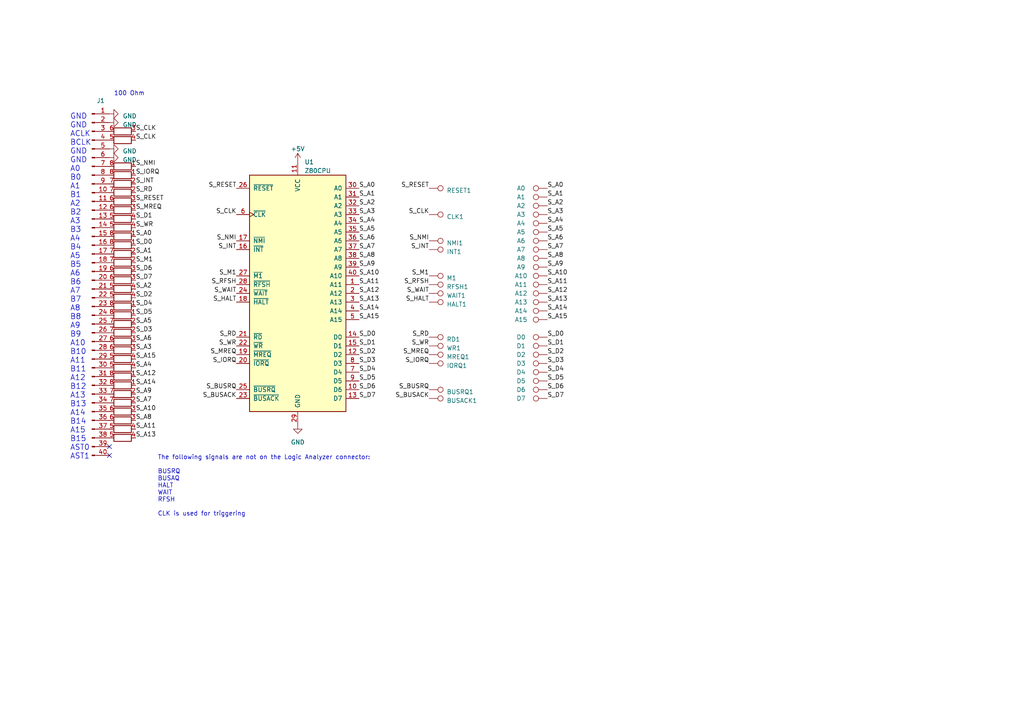
<source format=kicad_sch>
(kicad_sch (version 20230121) (generator eeschema)
  (paper "A4")
  (lib_symbols
    (symbol "CPU:Z80CPU" (pin_names (offset 1.016))
      (property "Reference" "U" (at -13.97 35.56 0))
      (property "Value" "Z80CPU" (at 6.35 35.56 0))
      (symbol "Z80CPU_0_1"
        (rectangle (start -13.97 34.29) (end 13.97 -34.29) (stroke (width 0.254)) (fill (type background)))
      )
      (symbol "Z80CPU_1_1"
        (pin output line (at 17.78 2.54 180) (length 3.81) (name "A11") (number "1"))
        (pin bidirectional line (at 17.78 -27.94 180) (length 3.81) (name "D6") (number "10"))
        (pin power_in line (at 0 38.1 270) (length 3.81) (name "VCC") (number "11"))
        (pin bidirectional line (at 17.78 -17.78 180) (length 3.81) (name "D2") (number "12"))
        (pin bidirectional line (at 17.78 -30.48 180) (length 3.81) (name "D7") (number "13"))
        (pin bidirectional line (at 17.78 -12.7 180) (length 3.81) (name "D0") (number "14"))
        (pin bidirectional line (at 17.78 -15.24 180) (length 3.81) (name "D1") (number "15"))
        (pin input line (at -17.78 12.7 0) (length 3.81) (name "~{INT}") (number "16"))
        (pin input line (at -17.78 15.24 0) (length 3.81) (name "~{NMI}") (number "17"))
        (pin output line (at -17.78 -2.54 0) (length 3.81) (name "~{HALT}") (number "18"))
        (pin output line (at -17.78 -17.78 0) (length 3.81) (name "~{MREQ}") (number "19"))
        (pin output line (at 17.78 0 180) (length 3.81) (name "A12") (number "2"))
        (pin output line (at -17.78 -20.32 0) (length 3.81) (name "~{IORQ}") (number "20"))
        (pin output line (at -17.78 -12.7 0) (length 3.81) (name "~{RD}") (number "21"))
        (pin output line (at -17.78 -15.24 0) (length 3.81) (name "~{WR}") (number "22"))
        (pin output line (at -17.78 -30.48 0) (length 3.81) (name "~{BUSACK}") (number "23"))
        (pin input line (at -17.78 0 0) (length 3.81) (name "~{WAIT}") (number "24"))
        (pin input line (at -17.78 -27.94 0) (length 3.81) (name "~{BUSRQ}") (number "25"))
        (pin input line (at -17.78 30.48 0) (length 3.81) (name "~{RESET}") (number "26"))
        (pin output line (at -17.78 5.08 0) (length 3.81) (name "~{M1}") (number "27"))
        (pin output line (at -17.78 2.54 0) (length 3.81) (name "~{RFSH}") (number "28"))
        (pin power_in line (at 0 -38.1 90) (length 3.81) (name "GND") (number "29"))
        (pin output line (at 17.78 -2.54 180) (length 3.81) (name "A13") (number "3"))
        (pin output line (at 17.78 30.48 180) (length 3.81) (name "A0") (number "30"))
        (pin output line (at 17.78 27.94 180) (length 3.81) (name "A1") (number "31"))
        (pin output line (at 17.78 25.4 180) (length 3.81) (name "A2") (number "32"))
        (pin output line (at 17.78 22.86 180) (length 3.81) (name "A3") (number "33"))
        (pin output line (at 17.78 20.32 180) (length 3.81) (name "A4") (number "34"))
        (pin output line (at 17.78 17.78 180) (length 3.81) (name "A5") (number "35"))
        (pin output line (at 17.78 15.24 180) (length 3.81) (name "A6") (number "36"))
        (pin output line (at 17.78 12.7 180) (length 3.81) (name "A7") (number "37"))
        (pin output line (at 17.78 10.16 180) (length 3.81) (name "A8") (number "38"))
        (pin output line (at 17.78 7.62 180) (length 3.81) (name "A9") (number "39"))
        (pin output line (at 17.78 -5.08 180) (length 3.81) (name "A14") (number "4"))
        (pin output line (at 17.78 5.08 180) (length 3.81) (name "A10") (number "40"))
        (pin output line (at 17.78 -7.62 180) (length 3.81) (name "A15") (number "5"))
        (pin input clock (at -17.78 22.86 0) (length 3.81) (name "~{CLK}") (number "6"))
        (pin bidirectional line (at 17.78 -22.86 180) (length 3.81) (name "D4") (number "7"))
        (pin bidirectional line (at 17.78 -20.32 180) (length 3.81) (name "D3") (number "8"))
        (pin bidirectional line (at 17.78 -25.4 180) (length 3.81) (name "D5") (number "9"))
      )
    )
    (symbol "Connector:Conn_01x40_Pin" (pin_names (offset 1.016) hide)
      (property "Reference" "J" (at 0 50.8 0))
      (property "Value" "Conn_01x40_Pin" (at 0 -53.34 0))
      (symbol "Conn_01x40_Pin_1_1"
        (polyline (pts (xy 1.27 -50.8) (xy 0.8636 -50.8)) (stroke (width 0.1524)))
        (polyline (pts (xy 1.27 -48.26) (xy 0.8636 -48.26)) (stroke (width 0.1524)))
        (polyline (pts (xy 1.27 -45.72) (xy 0.8636 -45.72)) (stroke (width 0.1524)))
        (polyline (pts (xy 1.27 -43.18) (xy 0.8636 -43.18)) (stroke (width 0.1524)))
        (polyline (pts (xy 1.27 -40.64) (xy 0.8636 -40.64)) (stroke (width 0.1524)))
        (polyline (pts (xy 1.27 -38.1) (xy 0.8636 -38.1)) (stroke (width 0.1524)))
        (polyline (pts (xy 1.27 -35.56) (xy 0.8636 -35.56)) (stroke (width 0.1524)))
        (polyline (pts (xy 1.27 -33.02) (xy 0.8636 -33.02)) (stroke (width 0.1524)))
        (polyline (pts (xy 1.27 -30.48) (xy 0.8636 -30.48)) (stroke (width 0.1524)))
        (polyline (pts (xy 1.27 -27.94) (xy 0.8636 -27.94)) (stroke (width 0.1524)))
        (polyline (pts (xy 1.27 -25.4) (xy 0.8636 -25.4)) (stroke (width 0.1524)))
        (polyline (pts (xy 1.27 -22.86) (xy 0.8636 -22.86)) (stroke (width 0.1524)))
        (polyline (pts (xy 1.27 -20.32) (xy 0.8636 -20.32)) (stroke (width 0.1524)))
        (polyline (pts (xy 1.27 -17.78) (xy 0.8636 -17.78)) (stroke (width 0.1524)))
        (polyline (pts (xy 1.27 -15.24) (xy 0.8636 -15.24)) (stroke (width 0.1524)))
        (polyline (pts (xy 1.27 -12.7) (xy 0.8636 -12.7)) (stroke (width 0.1524)))
        (polyline (pts (xy 1.27 -10.16) (xy 0.8636 -10.16)) (stroke (width 0.1524)))
        (polyline (pts (xy 1.27 -7.62) (xy 0.8636 -7.62)) (stroke (width 0.1524)))
        (polyline (pts (xy 1.27 -5.08) (xy 0.8636 -5.08)) (stroke (width 0.1524)))
        (polyline (pts (xy 1.27 -2.54) (xy 0.8636 -2.54)) (stroke (width 0.1524)))
        (polyline (pts (xy 1.27 0) (xy 0.8636 0)) (stroke (width 0.1524)))
        (polyline (pts (xy 1.27 2.54) (xy 0.8636 2.54)) (stroke (width 0.1524)))
        (polyline (pts (xy 1.27 5.08) (xy 0.8636 5.08)) (stroke (width 0.1524)))
        (polyline (pts (xy 1.27 7.62) (xy 0.8636 7.62)) (stroke (width 0.1524)))
        (polyline (pts (xy 1.27 10.16) (xy 0.8636 10.16)) (stroke (width 0.1524)))
        (polyline (pts (xy 1.27 12.7) (xy 0.8636 12.7)) (stroke (width 0.1524)))
        (polyline (pts (xy 1.27 15.24) (xy 0.8636 15.24)) (stroke (width 0.1524)))
        (polyline (pts (xy 1.27 17.78) (xy 0.8636 17.78)) (stroke (width 0.1524)))
        (polyline (pts (xy 1.27 20.32) (xy 0.8636 20.32)) (stroke (width 0.1524)))
        (polyline (pts (xy 1.27 22.86) (xy 0.8636 22.86)) (stroke (width 0.1524)))
        (polyline (pts (xy 1.27 25.4) (xy 0.8636 25.4)) (stroke (width 0.1524)))
        (polyline (pts (xy 1.27 27.94) (xy 0.8636 27.94)) (stroke (width 0.1524)))
        (polyline (pts (xy 1.27 30.48) (xy 0.8636 30.48)) (stroke (width 0.1524)))
        (polyline (pts (xy 1.27 33.02) (xy 0.8636 33.02)) (stroke (width 0.1524)))
        (polyline (pts (xy 1.27 35.56) (xy 0.8636 35.56)) (stroke (width 0.1524)))
        (polyline (pts (xy 1.27 38.1) (xy 0.8636 38.1)) (stroke (width 0.1524)))
        (polyline (pts (xy 1.27 40.64) (xy 0.8636 40.64)) (stroke (width 0.1524)))
        (polyline (pts (xy 1.27 43.18) (xy 0.8636 43.18)) (stroke (width 0.1524)))
        (polyline (pts (xy 1.27 45.72) (xy 0.8636 45.72)) (stroke (width 0.1524)))
        (polyline (pts (xy 1.27 48.26) (xy 0.8636 48.26)) (stroke (width 0.1524)))
        (rectangle (start 0.8636 -50.673) (end 0 -50.927) (stroke (width 0.1524)) (fill (type outline)))
        (rectangle (start 0.8636 -48.133) (end 0 -48.387) (stroke (width 0.1524)) (fill (type outline)))
        (rectangle (start 0.8636 -45.593) (end 0 -45.847) (stroke (width 0.1524)) (fill (type outline)))
        (rectangle (start 0.8636 -43.053) (end 0 -43.307) (stroke (width 0.1524)) (fill (type outline)))
        (rectangle (start 0.8636 -40.513) (end 0 -40.767) (stroke (width 0.1524)) (fill (type outline)))
        (rectangle (start 0.8636 -37.973) (end 0 -38.227) (stroke (width 0.1524)) (fill (type outline)))
        (rectangle (start 0.8636 -35.433) (end 0 -35.687) (stroke (width 0.1524)) (fill (type outline)))
        (rectangle (start 0.8636 -32.893) (end 0 -33.147) (stroke (width 0.1524)) (fill (type outline)))
        (rectangle (start 0.8636 -30.353) (end 0 -30.607) (stroke (width 0.1524)) (fill (type outline)))
        (rectangle (start 0.8636 -27.813) (end 0 -28.067) (stroke (width 0.1524)) (fill (type outline)))
        (rectangle (start 0.8636 -25.273) (end 0 -25.527) (stroke (width 0.1524)) (fill (type outline)))
        (rectangle (start 0.8636 -22.733) (end 0 -22.987) (stroke (width 0.1524)) (fill (type outline)))
        (rectangle (start 0.8636 -20.193) (end 0 -20.447) (stroke (width 0.1524)) (fill (type outline)))
        (rectangle (start 0.8636 -17.653) (end 0 -17.907) (stroke (width 0.1524)) (fill (type outline)))
        (rectangle (start 0.8636 -15.113) (end 0 -15.367) (stroke (width 0.1524)) (fill (type outline)))
        (rectangle (start 0.8636 -12.573) (end 0 -12.827) (stroke (width 0.1524)) (fill (type outline)))
        (rectangle (start 0.8636 -10.033) (end 0 -10.287) (stroke (width 0.1524)) (fill (type outline)))
        (rectangle (start 0.8636 -7.493) (end 0 -7.747) (stroke (width 0.1524)) (fill (type outline)))
        (rectangle (start 0.8636 -4.953) (end 0 -5.207) (stroke (width 0.1524)) (fill (type outline)))
        (rectangle (start 0.8636 -2.413) (end 0 -2.667) (stroke (width 0.1524)) (fill (type outline)))
        (rectangle (start 0.8636 0.127) (end 0 -0.127) (stroke (width 0.1524)) (fill (type outline)))
        (rectangle (start 0.8636 2.667) (end 0 2.413) (stroke (width 0.1524)) (fill (type outline)))
        (rectangle (start 0.8636 5.207) (end 0 4.953) (stroke (width 0.1524)) (fill (type outline)))
        (rectangle (start 0.8636 7.747) (end 0 7.493) (stroke (width 0.1524)) (fill (type outline)))
        (rectangle (start 0.8636 10.287) (end 0 10.033) (stroke (width 0.1524)) (fill (type outline)))
        (rectangle (start 0.8636 12.827) (end 0 12.573) (stroke (width 0.1524)) (fill (type outline)))
        (rectangle (start 0.8636 15.367) (end 0 15.113) (stroke (width 0.1524)) (fill (type outline)))
        (rectangle (start 0.8636 17.907) (end 0 17.653) (stroke (width 0.1524)) (fill (type outline)))
        (rectangle (start 0.8636 20.447) (end 0 20.193) (stroke (width 0.1524)) (fill (type outline)))
        (rectangle (start 0.8636 22.987) (end 0 22.733) (stroke (width 0.1524)) (fill (type outline)))
        (rectangle (start 0.8636 25.527) (end 0 25.273) (stroke (width 0.1524)) (fill (type outline)))
        (rectangle (start 0.8636 28.067) (end 0 27.813) (stroke (width 0.1524)) (fill (type outline)))
        (rectangle (start 0.8636 30.607) (end 0 30.353) (stroke (width 0.1524)) (fill (type outline)))
        (rectangle (start 0.8636 33.147) (end 0 32.893) (stroke (width 0.1524)) (fill (type outline)))
        (rectangle (start 0.8636 35.687) (end 0 35.433) (stroke (width 0.1524)) (fill (type outline)))
        (rectangle (start 0.8636 38.227) (end 0 37.973) (stroke (width 0.1524)) (fill (type outline)))
        (rectangle (start 0.8636 40.767) (end 0 40.513) (stroke (width 0.1524)) (fill (type outline)))
        (rectangle (start 0.8636 43.307) (end 0 43.053) (stroke (width 0.1524)) (fill (type outline)))
        (rectangle (start 0.8636 45.847) (end 0 45.593) (stroke (width 0.1524)) (fill (type outline)))
        (rectangle (start 0.8636 48.387) (end 0 48.133) (stroke (width 0.1524)) (fill (type outline)))
        (pin passive line (at 5.08 48.26 180) (length 3.81) (name "Pin_1") (number "1"))
        (pin passive line (at 5.08 25.4 180) (length 3.81) (name "Pin_10") (number "10"))
        (pin passive line (at 5.08 22.86 180) (length 3.81) (name "Pin_11") (number "11"))
        (pin passive line (at 5.08 20.32 180) (length 3.81) (name "Pin_12") (number "12"))
        (pin passive line (at 5.08 17.78 180) (length 3.81) (name "Pin_13") (number "13"))
        (pin passive line (at 5.08 15.24 180) (length 3.81) (name "Pin_14") (number "14"))
        (pin passive line (at 5.08 12.7 180) (length 3.81) (name "Pin_15") (number "15"))
        (pin passive line (at 5.08 10.16 180) (length 3.81) (name "Pin_16") (number "16"))
        (pin passive line (at 5.08 7.62 180) (length 3.81) (name "Pin_17") (number "17"))
        (pin passive line (at 5.08 5.08 180) (length 3.81) (name "Pin_18") (number "18"))
        (pin passive line (at 5.08 2.54 180) (length 3.81) (name "Pin_19") (number "19"))
        (pin passive line (at 5.08 45.72 180) (length 3.81) (name "Pin_2") (number "2"))
        (pin passive line (at 5.08 0 180) (length 3.81) (name "Pin_20") (number "20"))
        (pin passive line (at 5.08 -2.54 180) (length 3.81) (name "Pin_21") (number "21"))
        (pin passive line (at 5.08 -5.08 180) (length 3.81) (name "Pin_22") (number "22"))
        (pin passive line (at 5.08 -7.62 180) (length 3.81) (name "Pin_23") (number "23"))
        (pin passive line (at 5.08 -10.16 180) (length 3.81) (name "Pin_24") (number "24"))
        (pin passive line (at 5.08 -12.7 180) (length 3.81) (name "Pin_25") (number "25"))
        (pin passive line (at 5.08 -15.24 180) (length 3.81) (name "Pin_26") (number "26"))
        (pin passive line (at 5.08 -17.78 180) (length 3.81) (name "Pin_27") (number "27"))
        (pin passive line (at 5.08 -20.32 180) (length 3.81) (name "Pin_28") (number "28"))
        (pin passive line (at 5.08 -22.86 180) (length 3.81) (name "Pin_29") (number "29"))
        (pin passive line (at 5.08 43.18 180) (length 3.81) (name "Pin_3") (number "3"))
        (pin passive line (at 5.08 -25.4 180) (length 3.81) (name "Pin_30") (number "30"))
        (pin passive line (at 5.08 -27.94 180) (length 3.81) (name "Pin_31") (number "31"))
        (pin passive line (at 5.08 -30.48 180) (length 3.81) (name "Pin_32") (number "32"))
        (pin passive line (at 5.08 -33.02 180) (length 3.81) (name "Pin_33") (number "33"))
        (pin passive line (at 5.08 -35.56 180) (length 3.81) (name "Pin_34") (number "34"))
        (pin passive line (at 5.08 -38.1 180) (length 3.81) (name "Pin_35") (number "35"))
        (pin passive line (at 5.08 -40.64 180) (length 3.81) (name "Pin_36") (number "36"))
        (pin passive line (at 5.08 -43.18 180) (length 3.81) (name "Pin_37") (number "37"))
        (pin passive line (at 5.08 -45.72 180) (length 3.81) (name "Pin_38") (number "38"))
        (pin passive line (at 5.08 -48.26 180) (length 3.81) (name "Pin_39") (number "39"))
        (pin passive line (at 5.08 40.64 180) (length 3.81) (name "Pin_4") (number "4"))
        (pin passive line (at 5.08 -50.8 180) (length 3.81) (name "Pin_40") (number "40"))
        (pin passive line (at 5.08 38.1 180) (length 3.81) (name "Pin_5") (number "5"))
        (pin passive line (at 5.08 35.56 180) (length 3.81) (name "Pin_6") (number "6"))
        (pin passive line (at 5.08 33.02 180) (length 3.81) (name "Pin_7") (number "7"))
        (pin passive line (at 5.08 30.48 180) (length 3.81) (name "Pin_8") (number "8"))
        (pin passive line (at 5.08 27.94 180) (length 3.81) (name "Pin_9") (number "9"))
      )
    )
    (symbol "Connector:TestPoint" (pin_numbers hide) (pin_names (offset 0.762) hide)
      (property "Reference" "TP" (at 0 6.858 0))
      (property "Value" "TestPoint" (at 0 5.08 0))
      (symbol "TestPoint_0_1"
        (circle (center 0 3.302) (radius 0.762))
      )
      (symbol "TestPoint_1_1"
        (pin passive line (at 0 0 90) (length 2.54) (name "1") (number "1"))
      )
    )
    (symbol "Device:R_Pack04_Split" (pin_names (offset 0) hide)
      (property "Reference" "RN" (at 2.032 0 90))
      (property "Value" "R_Pack04_Split" (at 0 0 90))
      (symbol "R_Pack04_Split_0_1"
        (rectangle (start 1.016 2.54) (end -1.016 -2.54) (stroke (width 0.254)))
      )
      (symbol "R_Pack04_Split_1_1"
        (pin passive line (at 0 -3.81 90) (length 1.27) (name "R1.1") (number "1"))
        (pin passive line (at 0 3.81 270) (length 1.27) (name "R1.2") (number "8"))
      )
      (symbol "R_Pack04_Split_2_1"
        (pin passive line (at 0 -3.81 90) (length 1.27) (name "R2.1") (number "2"))
        (pin passive line (at 0 3.81 270) (length 1.27) (name "R2.2") (number "7"))
      )
      (symbol "R_Pack04_Split_3_1"
        (pin passive line (at 0 -3.81 90) (length 1.27) (name "R3.1") (number "3"))
        (pin passive line (at 0 3.81 270) (length 1.27) (name "R3.2") (number "6"))
      )
      (symbol "R_Pack04_Split_4_1"
        (pin passive line (at 0 -3.81 90) (length 1.27) (name "R4.1") (number "4"))
        (pin passive line (at 0 3.81 270) (length 1.27) (name "R4.2") (number "5"))
      )
    )
    (symbol "power:+5V" (power) (pin_names (offset 0))
      (property "Value" "+5V" (at 0 3.556 0))
      (symbol "+5V_0_1"
        (polyline (pts (xy -0.762 1.27) (xy 0 2.54)))
        (polyline (pts (xy 0 0) (xy 0 2.54)))
        (polyline (pts (xy 0 2.54) (xy 0.762 1.27)))
      )
      (symbol "+5V_1_1"
        (pin power_in line (at 0 0 90) (length 0) hide (name "+5V") (number "1"))
      )
    )
    (symbol "power:GND" (power) (pin_names (offset 0))
      (property "Value" "GND" (at 0 -3.81 0))
      (symbol "GND_0_1"
        (polyline (pts (xy 0 0) (xy 0 -1.27) (xy 1.27 -1.27) (xy 0 -2.54) (xy -1.27 -1.27) (xy 0 -1.27)))
      )
      (symbol "GND_1_1"
        (pin power_in line (at 0 0 270) (length 0) hide (name "GND") (number "1"))
      )
    )
  )
  (no_connect (at 31.75 132.08))
  (no_connect (at 31.75 129.54))
  (text "100 Ohm" (at 33.02 27.94 0) (effects (font (size 1.27 1.27)) (justify left bottom)))
  (text "The following signals are not on the Logic Analyzer connector:\n\nBUSRQ\nBUSAQ\nHALT\nWAIT\nRFSH\n\nCLK is used for triggering\n" (at 45.72 149.86 0) (effects (font (size 1.27 1.27)) (justify left bottom)))
  (text "GND\nGND\nACLK\nBCLK\nGND\nGND\nA0\nB0\nA1\nB1\nA2\nB2\nA3\nB3\nA4\nB4\nA5\nB5\nA6\nB6\nA7\nB7\nA8\nB8\nA9\nB9\nA10\nB10\nA11\nB11\nA12\nB12\nA13\nB13\nA14\nB14\nA15\nB15\nAST0\nAST1\n" (at 20.32 133.35 0) (effects (font (size 1.57 1.57)) (justify left bottom)))
  (label "S_A3" (at 39.37 101.6 0))
  (label "S_RESET" (at 124.46 54.61 180))
  (label "S_NMI" (at 39.37 48.26 0))
  (label "S_A11" (at 39.37 124.46 0))
  (label "S_A3" (at 158.75 62.23 0))
  (label "S_CLK" (at 39.37 40.64 0))
  (label "S_A1" (at 158.75 57.15 0))
  (label "S_A2" (at 39.37 83.82 0))
  (label "S_WR" (at 68.58 100.33 180))
  (label "S_D6" (at 39.37 78.74 0))
  (label "S_D3" (at 104.14 105.41 0))
  (label "S_A0" (at 39.37 68.58 0))
  (label "S_IORQ" (at 68.58 105.41 180))
  (label "S_MREQ" (at 68.58 102.87 180))
  (label "S_D1" (at 104.14 100.33 0))
  (label "S_BUSACK" (at 124.46 115.57 180))
  (label "S_D0" (at 104.14 97.79 0))
  (label "S_BUSRQ" (at 68.58 113.03 180))
  (label "S_A13" (at 158.75 87.63 0))
  (label "S_D4" (at 158.75 107.95 0))
  (label "S_D0" (at 39.37 71.12 0))
  (label "S_A14" (at 39.37 111.76 0))
  (label "S_D2" (at 104.14 102.87 0))
  (label "S_INT" (at 68.58 72.39 180))
  (label "S_MREQ" (at 124.46 102.87 180))
  (label "S_A5" (at 39.37 93.98 0))
  (label "S_HALT" (at 68.58 87.63 180))
  (label "S_A12" (at 104.14 85.09 0))
  (label "S_NMI" (at 124.46 69.85 180))
  (label "S_A5" (at 158.75 67.31 0))
  (label "S_A15" (at 104.14 92.71 0))
  (label "S_A7" (at 158.75 72.39 0))
  (label "S_A12" (at 39.37 109.22 0))
  (label "S_HALT" (at 124.46 87.63 180))
  (label "S_RESET" (at 68.58 54.61 180))
  (label "S_D5" (at 104.14 110.49 0))
  (label "S_A0" (at 158.75 54.61 0))
  (label "S_D3" (at 158.75 105.41 0))
  (label "S_A15" (at 39.37 104.14 0))
  (label "S_D0" (at 158.75 97.79 0))
  (label "S_INT" (at 124.46 72.39 180))
  (label "S_A6" (at 158.75 69.85 0))
  (label "S_A8" (at 158.75 74.93 0))
  (label "S_RFSH" (at 124.46 82.55 180))
  (label "S_CLK" (at 39.37 38.1 0))
  (label "S_D1" (at 158.75 100.33 0))
  (label "S_A11" (at 158.75 82.55 0))
  (label "S_A4" (at 39.37 106.68 0))
  (label "S_A4" (at 104.14 64.77 0))
  (label "S_RESET" (at 39.37 58.42 0))
  (label "S_A8" (at 39.37 121.92 0))
  (label "S_A13" (at 39.37 127 0))
  (label "S_A9" (at 158.75 77.47 0))
  (label "S_A10" (at 104.14 80.01 0))
  (label "S_WAIT" (at 124.46 85.09 180))
  (label "S_D3" (at 39.37 96.52 0))
  (label "S_A1" (at 39.37 73.66 0))
  (label "S_D5" (at 158.75 110.49 0))
  (label "S_M1" (at 39.37 76.2 0))
  (label "S_A6" (at 39.37 99.06 0))
  (label "S_BUSACK" (at 68.58 115.57 180))
  (label "S_A2" (at 104.14 59.69 0))
  (label "S_A15" (at 158.75 92.71 0))
  (label "S_A11" (at 104.14 82.55 0))
  (label "S_D1" (at 39.37 63.5 0))
  (label "S_IORQ" (at 124.46 105.41 180))
  (label "S_WAIT" (at 68.58 85.09 180))
  (label "S_CLK" (at 68.58 62.23 180))
  (label "S_A14" (at 158.75 90.17 0))
  (label "S_A10" (at 39.37 119.38 0))
  (label "S_D6" (at 104.14 113.03 0))
  (label "S_WR" (at 124.46 100.33 180))
  (label "S_BUSRQ" (at 124.46 113.03 180))
  (label "S_A6" (at 104.14 69.85 0))
  (label "S_NMI" (at 68.58 69.85 180))
  (label "S_IORQ" (at 39.37 50.8 0))
  (label "S_D2" (at 158.75 102.87 0))
  (label "S_RFSH" (at 68.58 82.55 180))
  (label "S_A13" (at 104.14 87.63 0))
  (label "S_A2" (at 158.75 59.69 0))
  (label "S_D5" (at 39.37 91.44 0))
  (label "S_A5" (at 104.14 67.31 0))
  (label "S_A9" (at 39.37 114.3 0))
  (label "S_A8" (at 104.14 74.93 0))
  (label "S_RD" (at 124.46 97.79 180))
  (label "S_MREQ" (at 39.37 60.96 0))
  (label "S_RD" (at 68.58 97.79 180))
  (label "S_A4" (at 158.75 64.77 0))
  (label "S_D7" (at 104.14 115.57 0))
  (label "S_A7" (at 39.37 116.84 0))
  (label "S_D4" (at 39.37 88.9 0))
  (label "S_M1" (at 124.46 80.01 180))
  (label "S_D7" (at 39.37 81.28 0))
  (label "S_D7" (at 158.75 115.57 0))
  (label "S_D2" (at 39.37 86.36 0))
  (label "S_CLK" (at 124.46 62.23 180))
  (label "S_A7" (at 104.14 72.39 0))
  (label "S_D4" (at 104.14 107.95 0))
  (label "S_RD" (at 39.37 55.88 0))
  (label "S_A9" (at 104.14 77.47 0))
  (label "S_D6" (at 158.75 113.03 0))
  (label "S_WR" (at 39.37 66.04 0))
  (label "S_A0" (at 104.14 54.61 0))
  (label "S_A1" (at 104.14 57.15 0))
  (label "S_INT" (at 39.37 53.34 0))
  (label "S_A14" (at 104.14 90.17 0))
  (label "S_M1" (at 68.58 80.01 180))
  (label "S_A10" (at 158.75 80.01 0))
  (label "S_A3" (at 104.14 62.23 0))
  (label "S_A12" (at 158.75 85.09 0))
  (symbol (lib_id "Device:R_Pack04_Split") (at 35.56 104.14 90) (unit 4)
    (property "Reference" "RN3" (effects hide))
    (property "Value" "R_Pack04_SIP_Split" (effects hide))
    (property "Footprint" "Resistor_SMD:R_Array_Convex_4x0603" (effects hide))
  )
  (symbol (lib_id "Connector:TestPoint") (at 124.46 85.09 270) (unit 1)
    (property "Reference" "WAIT1" (at 129.54 85.725 90) (effects (justify left)))
    (property "Value" "TestPoint" (effects hide))
    (property "Footprint" "CustomFootprints:TestPoint_Keystone_5021" (effects hide))
  )
  (symbol (lib_id "Device:R_Pack04_Split") (at 35.56 99.06 90) (unit 3)
    (property "Reference" "RN3" (effects hide))
    (property "Value" "R_Pack04_SIP_Split" (effects hide))
    (property "Footprint" "Resistor_SMD:R_Array_Convex_4x0603" (effects hide))
  )
  (symbol (lib_id "Device:R_Pack04_Split") (at 35.56 50.8 90) (unit 1)
    (property "Reference" "RN5" (effects hide))
    (property "Value" "R_Pack04_SIP_Split" (effects hide))
    (property "Footprint" "Resistor_SMD:R_Array_Convex_4x0603" (effects hide))
  )
  (symbol (lib_id "Device:R_Pack04_Split") (at 35.56 101.6 90) (unit 3)
    (property "Reference" "RN7" (effects hide))
    (property "Value" "R_Pack04_SIP_Split" (effects hide))
    (property "Footprint" "Resistor_SMD:R_Array_Convex_4x0603" (effects hide))
  )
  (symbol (lib_id "Device:R_Pack04_Split") (at 35.56 109.22 90) (unit 1)
    (property "Reference" "RN4" (effects hide))
    (property "Value" "R_Pack04_SIP_Split" (effects hide))
    (property "Footprint" "Resistor_SMD:R_Array_Convex_4x0603" (effects hide))
  )
  (symbol (lib_id "Connector:TestPoint") (at 158.75 92.71 90) (unit 1)
    (property "Reference" "A15" (at 151.13 92.71 90))
    (property "Value" "TestPoint" (effects hide))
    (property "Footprint" "CustomFootprints:TestPoint_Keystone_5021" (effects hide))
  )
  (symbol (lib_id "Device:R_Pack04_Split") (at 35.56 73.66 90) (unit 2)
    (property "Reference" "RN1" (effects hide))
    (property "Value" "R_Pack04_SIP_Split" (effects hide))
    (property "Footprint" "Resistor_SMD:R_Array_Convex_4x0603" (effects hide))
  )
  (symbol (lib_id "Device:R_Pack04_Split") (at 35.56 60.96 90) (unit 3)
    (property "Reference" "RN5" (effects hide))
    (property "Value" "R_Pack04_SIP_Split" (effects hide))
    (property "Footprint" "Resistor_SMD:R_Array_Convex_4x0603" (effects hide))
  )
  (symbol (lib_id "Device:R_Pack04_Split") (at 35.56 71.12 90) (unit 1)
    (property "Reference" "RN6" (effects hide))
    (property "Value" "R_Pack04_Split" (effects hide))
    (property "Footprint" "Resistor_SMD:R_Array_Convex_4x0603" (effects hide))
  )
  (symbol (lib_id "Connector:TestPoint") (at 158.75 54.61 90) (unit 1)
    (property "Reference" "A0" (at 151.13 54.61 90))
    (property "Value" "TestPoint" (effects hide))
    (property "Footprint" "CustomFootprints:TestPoint_Keystone_5021" (effects hide))
  )
  (symbol (lib_id "Connector:TestPoint") (at 124.46 105.41 270) (unit 1)
    (property "Reference" "IORQ1" (at 129.54 106.045 90) (effects (justify left)))
    (property "Value" "TestPoint" (effects hide))
    (property "Footprint" "CustomFootprints:TestPoint_Keystone_5021" (effects hide))
  )
  (symbol (lib_id "Device:R_Pack04_Split") (at 35.56 38.1 90) (unit 3)
    (property "Reference" "RN9" (effects hide))
    (property "Value" "R_Pack04_SIP_Split" (effects hide))
    (property "Footprint" "Resistor_SMD:R_Array_Convex_4x0603" (effects hide))
  )
  (symbol (lib_id "Connector:TestPoint") (at 158.75 74.93 90) (unit 1)
    (property "Reference" "A8" (at 151.13 74.93 90))
    (property "Value" "TestPoint" (effects hide))
    (property "Footprint" "CustomFootprints:TestPoint_Keystone_5021" (effects hide))
  )
  (symbol (lib_id "Connector:TestPoint") (at 124.46 72.39 270) (unit 1)
    (property "Reference" "INT1" (at 129.54 73.025 90) (effects (justify left)))
    (property "Value" "TestPoint" (effects hide))
    (property "Footprint" "CustomFootprints:TestPoint_Keystone_5021" (effects hide))
  )
  (symbol (lib_id "Connector:TestPoint") (at 124.46 115.57 270) (unit 1)
    (property "Reference" "BUSACK1" (at 129.54 116.205 90) (effects (justify left)))
    (property "Value" "TestPoint" (effects hide))
    (property "Footprint" "CustomFootprints:TestPoint_Keystone_5021" (effects hide))
  )
  (symbol (lib_id "Device:R_Pack04_Split") (at 35.56 83.82 90) (unit 4)
    (property "Reference" "RN1" (effects hide))
    (property "Value" "R_Pack04_SIP_Split" (effects hide))
    (property "Footprint" "Resistor_SMD:R_Array_Convex_4x0603" (effects hide))
  )
  (symbol (lib_id "Device:R_Pack04_Split") (at 35.56 91.44 90) (unit 1)
    (property "Reference" "RN7" (effects hide))
    (property "Value" "R_Pack04_SIP_Split" (effects hide))
    (property "Footprint" "Resistor_SMD:R_Array_Convex_4x0603" (effects hide))
  )
  (symbol (lib_id "Device:R_Pack04_Split") (at 35.56 111.76 90) (unit 1)
    (property "Reference" "RN8" (effects hide))
    (property "Value" "R_Pack04_SIP_Split" (effects hide))
    (property "Footprint" "Resistor_SMD:R_Array_Convex_4x0603" (effects hide))
  )
  (symbol (lib_id "Device:R_Pack04_Split") (at 35.56 40.64 90) (unit 4)
    (property "Reference" "RN9" (effects hide))
    (property "Value" "R_Pack04_SIP_Split" (effects hide))
    (property "Footprint" "Resistor_SMD:R_Array_Convex_4x0603" (effects hide))
  )
  (symbol (lib_id "Connector:TestPoint") (at 158.75 107.95 90) (unit 1)
    (property "Reference" "D4" (at 151.13 107.95 90))
    (property "Value" "TestPoint" (effects hide))
    (property "Footprint" "CustomFootprints:TestPoint_Keystone_5021" (effects hide))
  )
  (symbol (lib_id "Connector:TestPoint") (at 124.46 102.87 270) (unit 1)
    (property "Reference" "MREQ1" (at 129.54 103.505 90) (effects (justify left)))
    (property "Value" "TestPoint" (effects hide))
    (property "Footprint" "CustomFootprints:TestPoint_Keystone_5021" (effects hide))
  )
  (symbol (lib_id "Connector:TestPoint") (at 158.75 77.47 90) (unit 1)
    (property "Reference" "A9" (at 151.13 77.47 90))
    (property "Value" "TestPoint" (effects hide))
    (property "Footprint" "CustomFootprints:TestPoint_Keystone_5021" (effects hide))
  )
  (symbol (lib_id "Connector:TestPoint") (at 158.75 57.15 90) (unit 1)
    (property "Reference" "A1" (at 151.13 57.15 90))
    (property "Value" "TestPoint" (effects hide))
    (property "Footprint" "CustomFootprints:TestPoint_Keystone_5021" (effects hide))
  )
  (symbol (lib_id "power:+5V") (at 86.36 46.99 0) (unit 1)
    (property "Reference" "#PWR02" (effects hide))
    (property "Value" "+5V" (at 86.36 43.18 0))
  )
  (symbol (lib_id "Device:R_Pack04_Split") (at 35.56 66.04 90) (unit 4)
    (property "Reference" "RN5" (effects hide))
    (property "Value" "R_Pack04_SIP_Split" (effects hide))
    (property "Footprint" "Resistor_SMD:R_Array_Convex_4x0603" (effects hide))
  )
  (symbol (lib_id "Connector:TestPoint") (at 124.46 82.55 270) (unit 1)
    (property "Reference" "RFSH1" (at 129.54 83.185 90) (effects (justify left)))
    (property "Value" "TestPoint" (effects hide))
    (property "Footprint" "CustomFootprints:TestPoint_Keystone_5021" (effects hide))
  )
  (symbol (lib_id "Connector:TestPoint") (at 158.75 59.69 90) (unit 1)
    (property "Reference" "A2" (at 151.13 59.69 90))
    (property "Value" "TestPoint" (effects hide))
    (property "Footprint" "CustomFootprints:TestPoint_Keystone_5021" (effects hide))
  )
  (symbol (lib_id "Device:R_Pack04_Split") (at 35.56 96.52 90) (unit 2)
    (property "Reference" "RN7" (effects hide))
    (property "Value" "R_Pack04_SIP_Split" (effects hide))
    (property "Footprint" "Resistor_SMD:R_Array_Convex_4x0603" (effects hide))
  )
  (symbol (lib_id "Device:R_Pack04_Split") (at 35.56 58.42 90) (unit 3)
    (property "Reference" "RN2" (effects hide))
    (property "Value" "R_Pack04_Split" (effects hide))
    (property "Footprint" "Resistor_SMD:R_Array_Convex_4x0603" (effects hide))
  )
  (symbol (lib_id "Connector:TestPoint") (at 124.46 54.61 270) (unit 1)
    (property "Reference" "RESET1" (at 129.54 55.245 90) (effects (justify left)))
    (property "Value" "TestPoint" (effects hide))
    (property "Footprint" "CustomFootprints:TestPoint_Keystone_5021" (effects hide))
  )
  (symbol (lib_id "Device:R_Pack04_Split") (at 35.56 121.92 90) (unit 3)
    (property "Reference" "RN8" (effects hide))
    (property "Value" "R_Pack04_SIP_Split" (effects hide))
    (property "Footprint" "Resistor_SMD:R_Array_Convex_4x0603" (effects hide))
  )
  (symbol (lib_id "Connector:TestPoint") (at 158.75 85.09 90) (unit 1)
    (property "Reference" "A12" (at 151.13 85.09 90))
    (property "Value" "TestPoint" (effects hide))
    (property "Footprint" "CustomFootprints:TestPoint_Keystone_5021" (effects hide))
  )
  (symbol (lib_id "Device:R_Pack04_Split") (at 35.56 68.58 90) (unit 1)
    (property "Reference" "RN1" (effects hide))
    (property "Value" "R_Pack04_SIP_Split" (effects hide))
    (property "Footprint" "Resistor_SMD:R_Array_Convex_4x0603" (effects hide))
  )
  (symbol (lib_id "Device:R_Pack04_Split") (at 35.56 88.9 90) (unit 1)
    (property "Reference" "RN3" (effects hide))
    (property "Value" "R_Pack04_SIP_Split" (effects hide))
    (property "Footprint" "Resistor_SMD:R_Array_Convex_4x0603" (effects hide))
  )
  (symbol (lib_id "power:GND") (at 86.36 123.19 0) (unit 1)
    (property "Reference" "#PWR01" (effects hide))
    (property "Value" "GND" (at 86.36 128.27 0))
  )
  (symbol (lib_id "Device:R_Pack04_Split") (at 35.56 81.28 90) (unit 3)
    (property "Reference" "RN6" (effects hide))
    (property "Value" "R_Pack04_Split" (effects hide))
    (property "Footprint" "Resistor_SMD:R_Array_Convex_4x0603" (effects hide))
  )
  (symbol (lib_id "Device:R_Pack04_Split") (at 35.56 106.68 90) (unit 4)
    (property "Reference" "RN7" (effects hide))
    (property "Value" "R_Pack04_SIP_Split" (effects hide))
    (property "Footprint" "Resistor_SMD:R_Array_Convex_4x0603" (effects hide))
  )
  (symbol (lib_id "Connector:TestPoint") (at 124.46 100.33 270) (unit 1)
    (property "Reference" "WR1" (at 129.54 100.965 90) (effects (justify left)))
    (property "Value" "TestPoint" (effects hide))
    (property "Footprint" "CustomFootprints:TestPoint_Keystone_5021" (effects hide))
  )
  (symbol (lib_id "Device:R_Pack04_Split") (at 35.56 124.46 90) (unit 4)
    (property "Reference" "RN4" (effects hide))
    (property "Value" "R_Pack04_SIP_Split" (effects hide))
    (property "Footprint" "Resistor_SMD:R_Array_Convex_4x0603" (effects hide))
  )
  (symbol (lib_id "Device:R_Pack04_Split") (at 35.56 127 90) (unit 4)
    (property "Reference" "RN8" (effects hide))
    (property "Value" "R_Pack04_SIP_Split" (effects hide))
    (property "Footprint" "Resistor_SMD:R_Array_Convex_4x0603" (effects hide))
  )
  (symbol (lib_id "Device:R_Pack04_Split") (at 35.56 116.84 90) (unit 2)
    (property "Reference" "RN8" (effects hide))
    (property "Value" "R_Pack04_SIP_Split" (effects hide))
    (property "Footprint" "Resistor_SMD:R_Array_Convex_4x0603" (effects hide))
  )
  (symbol (lib_id "power:GND") (at 31.75 35.56 90) (unit 1)
    (property "Reference" "#PWR04" (effects hide))
    (property "Value" "GND" (at 35.56 36.195 90) (effects (justify right)))
  )
  (symbol (lib_id "Connector:TestPoint") (at 124.46 80.01 270) (unit 1)
    (property "Reference" "M1" (at 129.54 80.645 90) (effects (justify left)))
    (property "Value" "TestPoint" (effects hide))
    (property "Footprint" "CustomFootprints:TestPoint_Keystone_5021" (effects hide))
  )
  (symbol (lib_id "Connector:TestPoint") (at 158.75 82.55 90) (unit 1)
    (property "Reference" "A11" (at 151.13 82.55 90))
    (property "Value" "TestPoint" (effects hide))
    (property "Footprint" "CustomFootprints:TestPoint_Keystone_5021" (effects hide))
  )
  (symbol (lib_id "Device:R_Pack04_Split") (at 35.56 48.26 90) (unit 1)
    (property "Reference" "RN2" (effects hide))
    (property "Value" "R_Pack04_Split" (effects hide))
    (property "Footprint" "Resistor_SMD:R_Array_Convex_4x0603" (effects hide))
  )
  (symbol (lib_id "Connector:TestPoint") (at 158.75 102.87 90) (unit 1)
    (property "Reference" "D2" (at 151.13 102.87 90))
    (property "Value" "TestPoint" (effects hide))
    (property "Footprint" "CustomFootprints:TestPoint_Keystone_5021" (effects hide))
  )
  (symbol (lib_id "Connector:TestPoint") (at 158.75 67.31 90) (unit 1)
    (property "Reference" "A5" (at 151.13 67.31 90))
    (property "Value" "TestPoint" (effects hide))
    (property "Footprint" "CustomFootprints:TestPoint_Keystone_5021" (effects hide))
  )
  (symbol (lib_id "Device:R_Pack04_Split") (at 35.56 53.34 90) (unit 2)
    (property "Reference" "RN2" (effects hide))
    (property "Value" "R_Pack04_Split" (effects hide))
    (property "Footprint" "Resistor_SMD:R_Array_Convex_4x0603" (effects hide))
  )
  (symbol (lib_id "Connector:TestPoint") (at 158.75 115.57 90) (unit 1)
    (property "Reference" "D7" (at 151.13 115.57 90))
    (property "Value" "TestPoint" (effects hide))
    (property "Footprint" "CustomFootprints:TestPoint_Keystone_5021" (effects hide))
  )
  (symbol (lib_id "power:GND") (at 31.75 43.18 90) (unit 1)
    (property "Reference" "#PWR05" (effects hide))
    (property "Value" "GND" (at 35.56 43.815 90) (effects (justify right)))
  )
  (symbol (lib_id "Connector:TestPoint") (at 124.46 87.63 270) (unit 1)
    (property "Reference" "HALT1" (at 129.54 88.265 90) (effects (justify left)))
    (property "Value" "TestPoint" (effects hide))
    (property "Footprint" "CustomFootprints:TestPoint_Keystone_5021" (effects hide))
  )
  (symbol (lib_id "Device:R_Pack04_Split") (at 35.56 93.98 90) (unit 2)
    (property "Reference" "RN3" (effects hide))
    (property "Value" "R_Pack04_SIP_Split" (effects hide))
    (property "Footprint" "Resistor_SMD:R_Array_Convex_4x0603" (effects hide))
  )
  (symbol (lib_id "Device:R_Pack04_Split") (at 35.56 78.74 90) (unit 3)
    (property "Reference" "RN1" (effects hide))
    (property "Value" "R_Pack04_SIP_Split" (effects hide))
    (property "Footprint" "Resistor_SMD:R_Array_Convex_4x0603" (effects hide))
  )
  (symbol (lib_id "Connector:TestPoint") (at 158.75 105.41 90) (unit 1)
    (property "Reference" "D3" (at 151.13 105.41 90))
    (property "Value" "TestPoint" (effects hide))
    (property "Footprint" "CustomFootprints:TestPoint_Keystone_5021" (effects hide))
  )
  (symbol (lib_id "Connector:TestPoint") (at 158.75 87.63 90) (unit 1)
    (property "Reference" "A13" (at 151.13 87.63 90))
    (property "Value" "TestPoint" (effects hide))
    (property "Footprint" "CustomFootprints:TestPoint_Keystone_5021" (effects hide))
  )
  (symbol (lib_id "power:GND") (at 31.75 45.72 90) (unit 1)
    (property "Reference" "#PWR06" (effects hide))
    (property "Value" "GND" (at 35.56 46.355 90) (effects (justify right)))
  )
  (symbol (lib_id "Device:R_Pack04_Split") (at 35.56 76.2 90) (unit 2)
    (property "Reference" "RN6" (effects hide))
    (property "Value" "R_Pack04_Split" (effects hide))
    (property "Footprint" "Resistor_SMD:R_Array_Convex_4x0603" (effects hide))
  )
  (symbol (lib_id "Connector:TestPoint") (at 158.75 110.49 90) (unit 1)
    (property "Reference" "D5" (at 151.13 110.49 90))
    (property "Value" "TestPoint" (effects hide))
    (property "Footprint" "CustomFootprints:TestPoint_Keystone_5021" (effects hide))
  )
  (symbol (lib_id "Connector:TestPoint") (at 124.46 97.79 270) (unit 1)
    (property "Reference" "RD1" (at 129.54 98.425 90) (effects (justify left)))
    (property "Value" "TestPoint" (effects hide))
    (property "Footprint" "CustomFootprints:TestPoint_Keystone_5021" (effects hide))
  )
  (symbol (lib_id "Connector:TestPoint") (at 158.75 72.39 90) (unit 1)
    (property "Reference" "A7" (at 151.13 72.39 90))
    (property "Value" "TestPoint" (effects hide))
    (property "Footprint" "CustomFootprints:TestPoint_Keystone_5021" (effects hide))
  )
  (symbol (lib_id "Connector:TestPoint") (at 124.46 113.03 270) (unit 1)
    (property "Reference" "BUSRQ1" (at 129.54 113.665 90) (effects (justify left)))
    (property "Value" "TestPoint" (effects hide))
    (property "Footprint" "CustomFootprints:TestPoint_Keystone_5021" (effects hide))
  )
  (symbol (lib_id "Connector:TestPoint") (at 158.75 90.17 90) (unit 1)
    (property "Reference" "A14" (at 151.13 90.17 90))
    (property "Value" "TestPoint" (effects hide))
    (property "Footprint" "CustomFootprints:TestPoint_Keystone_5021" (effects hide))
  )
  (symbol (lib_id "Connector:TestPoint") (at 158.75 64.77 90) (unit 1)
    (property "Reference" "A4" (at 151.13 64.77 90))
    (property "Value" "TestPoint" (effects hide))
    (property "Footprint" "CustomFootprints:TestPoint_Keystone_5021" (effects hide))
  )
  (symbol (lib_id "Device:R_Pack04_Split") (at 35.56 55.88 90) (unit 2)
    (property "Reference" "RN5" (effects hide))
    (property "Value" "R_Pack04_SIP_Split" (effects hide))
    (property "Footprint" "Resistor_SMD:R_Array_Convex_4x0603" (effects hide))
  )
  (symbol (lib_id "Device:R_Pack04_Split") (at 35.56 63.5 90) (unit 4)
    (property "Reference" "RN2" (effects hide))
    (property "Value" "R_Pack04_Split" (effects hide))
    (property "Footprint" "Resistor_SMD:R_Array_Convex_4x0603" (effects hide))
  )
  (symbol (lib_id "Device:R_Pack04_Split") (at 35.56 86.36 90) (unit 4)
    (property "Reference" "RN6" (effects hide))
    (property "Value" "R_Pack04_Split" (effects hide))
    (property "Footprint" "Resistor_SMD:R_Array_Convex_4x0603" (effects hide))
  )
  (symbol (lib_id "Device:R_Pack04_Split") (at 35.56 119.38 90) (unit 3)
    (property "Reference" "RN4" (effects hide))
    (property "Value" "R_Pack04_SIP_Split" (effects hide))
    (property "Footprint" "Resistor_SMD:R_Array_Convex_4x0603" (effects hide))
  )
  (symbol (lib_id "Connector:Conn_01x40_Pin") (at 26.67 81.28 0) (unit 1)
    (property "Reference" "J1" (at 29.21 29.21 0))
    (property "Value" "Conn_01x40_Pin" (effects hide))
    (property "Footprint" "Connector_IDC:IDC-Header_2x20_P2.54mm_Vertical" (effects hide))
  )
  (symbol (lib_id "Connector:TestPoint") (at 124.46 62.23 270) (unit 1)
    (property "Reference" "CLK1" (at 129.54 62.865 90) (effects (justify left)))
    (property "Value" "TestPoint" (effects hide))
    (property "Footprint" "CustomFootprints:TestPoint_Keystone_5021" (effects hide))
  )
  (symbol (lib_id "Connector:TestPoint") (at 158.75 62.23 90) (unit 1)
    (property "Reference" "A3" (at 151.13 62.23 90))
    (property "Value" "TestPoint" (effects hide))
    (property "Footprint" "CustomFootprints:TestPoint_Keystone_5021" (effects hide))
  )
  (symbol (lib_id "Connector:TestPoint") (at 158.75 80.01 90) (unit 1)
    (property "Reference" "A10" (at 151.13 80.01 90))
    (property "Value" "TestPoint" (effects hide))
    (property "Footprint" "CustomFootprints:TestPoint_Keystone_5021" (effects hide))
  )
  (symbol (lib_id "CPU:Z80CPU") (at 86.36 85.09 0) (unit 1)
    (property "Reference" "U1" (at 88.3159 46.99 0) (effects (justify left)))
    (property "Value" "Z80CPU" (at 88.3159 49.53 0) (effects (justify left)))
    (property "Footprint" "Package_DIP:DIP-40_W15.24mm_Socket" (effects hide))
    (property "Datasheet" "www.zilog.com/manage_directlink.php?filepath=docs/z80/um0080" (effects hide))
  )
  (symbol (lib_id "Connector:TestPoint") (at 158.75 69.85 90) (unit 1)
    (property "Reference" "A6" (at 151.13 69.85 90))
    (property "Value" "TestPoint" (effects hide))
    (property "Footprint" "CustomFootprints:TestPoint_Keystone_5021" (effects hide))
  )
  (symbol (lib_id "Connector:TestPoint") (at 158.75 97.79 90) (unit 1)
    (property "Reference" "D0" (at 151.13 97.79 90))
    (property "Value" "TestPoint" (effects hide))
    (property "Footprint" "CustomFootprints:TestPoint_Keystone_5021" (effects hide))
  )
  (symbol (lib_id "power:GND") (at 31.75 33.02 90) (unit 1)
    (property "Reference" "#PWR03" (effects hide))
    (property "Value" "GND" (at 35.56 33.655 90) (effects (justify right)))
  )
  (symbol (lib_id "Device:R_Pack04_Split") (at 35.56 114.3 90) (unit 2)
    (property "Reference" "RN4" (effects hide))
    (property "Value" "R_Pack04_SIP_Split" (effects hide))
    (property "Footprint" "Resistor_SMD:R_Array_Convex_4x0603" (effects hide))
  )
  (symbol (lib_id "Connector:TestPoint") (at 158.75 113.03 90) (unit 1)
    (property "Reference" "D6" (at 151.13 113.03 90))
    (property "Value" "TestPoint" (effects hide))
    (property "Footprint" "CustomFootprints:TestPoint_Keystone_5021" (effects hide))
  )
  (symbol (lib_id "Connector:TestPoint") (at 124.46 69.85 270) (unit 1)
    (property "Reference" "NMI1" (at 129.54 70.485 90) (effects (justify left)))
    (property "Value" "TestPoint" (effects hide))
    (property "Footprint" "CustomFootprints:TestPoint_Keystone_5021" (effects hide))
  )
  (symbol (lib_id "Connector:TestPoint") (at 158.75 100.33 90) (unit 1)
    (property "Reference" "D1" (at 151.13 100.33 90))
    (property "Value" "TestPoint" (effects hide))
    (property "Footprint" "CustomFootprints:TestPoint_Keystone_5021" (effects hide))
  )
)
</source>
